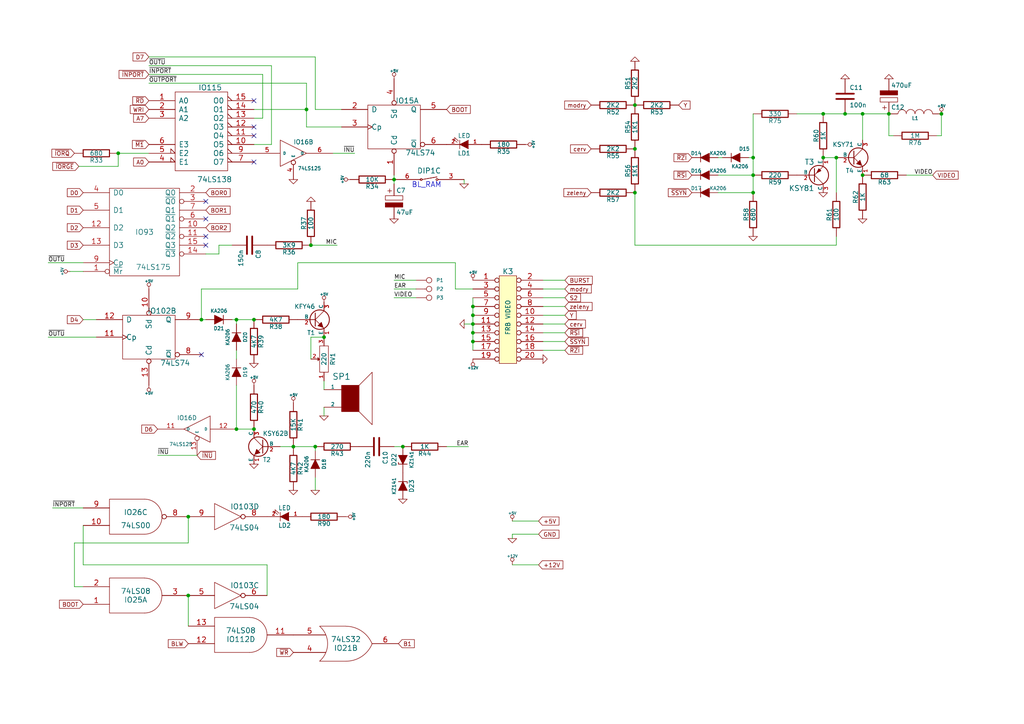
<source format=kicad_sch>
(kicad_sch (version 20211123) (generator eeschema)
  (paper "A4")
  (title_block (title "Mistrum Home Computer") (date "11 mar 2012") (rev "1.0") (company "Cassonic s.r.o."))
  (junction (at 137.16 93.98))
  (junction (at 218.44 50.8))
  (junction (at 238.76 33.02))
  (junction (at 137.16 99.06))
  (junction (at 218.44 45.72))
  (junction (at 73.66 124.46))
  (junction (at 68.58 124.46))
  (junction (at 116.84 129.54))
  (junction (at 68.58 92.71))
  (junction (at 54.61 149.86))
  (junction (at 88.9 31.75))
  (junction (at 257.81 33.02))
  (junction (at 114.3 52.07))
  (junction (at 137.16 96.52))
  (junction (at 137.16 91.44))
  (junction (at 250.19 33.02))
  (junction (at 58.42 92.71))
  (junction (at 184.15 43.18))
  (junction (at 85.09 129.54))
  (junction (at 91.44 129.54))
  (junction (at 137.16 88.9))
  (junction (at 242.57 45.72))
  (junction (at 238.76 45.72))
  (junction (at 184.15 55.88))
  (junction (at 184.15 30.48))
  (junction (at 54.61 172.72))
  (junction (at 273.05 33.02))
  (junction (at 245.11 33.02))
  (junction (at 93.98 97.79))
  (junction (at 34.29 44.45))
  (junction (at 90.17 71.12))
  (junction (at 250.19 50.8))
  (junction (at 218.44 55.88))
  (junction (at 73.66 92.71))
  (no_connect (at 59.69 58.42))
  (no_connect (at 73.66 46.99))
  (no_connect (at 59.69 63.5))
  (no_connect (at 73.66 36.83))
  (no_connect (at 58.42 102.87))
  (no_connect (at 73.66 39.37))
  (no_connect (at 73.66 29.21))
  (no_connect (at 59.69 68.58))
  (no_connect (at 59.69 71.12))
  (wire (pts (xy 88.9 24.13) (xy 88.9 31.75)))
  (wire (pts (xy 262.89 50.8) (xy 270.51 50.8)))
  (wire (pts (xy 259.08 39.37) (xy 257.81 39.37)))
  (wire (pts (xy 59.69 92.71) (xy 58.42 92.71)))
  (wire (pts (xy 257.81 33.02) (xy 250.19 33.02)))
  (wire (pts (xy 218.44 50.8) (xy 208.28 50.8)))
  (wire (pts (xy 43.18 19.05) (xy 78.74 19.05)))
  (wire (pts (xy 132.08 76.2) (xy 86.36 76.2)))
  (wire (pts (xy 43.18 21.59) (xy 76.2 21.59)))
  (wire (pts (xy 34.29 48.26) (xy 22.86 48.26)))
  (wire (pts (xy 157.48 101.6) (xy 163.83 101.6)))
  (wire (pts (xy 34.29 44.45) (xy 43.18 44.45)))
  (wire (pts (xy 129.54 129.54) (xy 135.89 129.54)))
  (wire (pts (xy 99.06 31.75) (xy 91.44 31.75)))
  (wire (pts (xy 54.61 157.48) (xy 54.61 149.86)))
  (wire (pts (xy 24.13 170.18) (xy 21.59 170.18)))
  (wire (pts (xy 157.48 91.44) (xy 163.83 91.44)))
  (wire (pts (xy 245.11 33.02) (xy 238.76 33.02)))
  (wire (pts (xy 63.5 71.12) (xy 67.31 71.12)))
  (wire (pts (xy 137.16 93.98) (xy 137.16 91.44)))
  (wire (pts (xy 163.83 96.52) (xy 157.48 96.52)))
  (wire (pts (xy 27.94 92.71) (xy 24.13 92.71)))
  (wire (pts (xy 21.59 170.18) (xy 21.59 157.48)))
  (wire (pts (xy 68.58 101.6) (xy 68.58 104.14)))
  (wire (pts (xy 137.16 99.06) (xy 137.16 96.52)))
  (wire (pts (xy 76.2 21.59) (xy 76.2 34.29)))
  (wire (pts (xy 134.62 52.07) (xy 134.62 53.34)))
  (wire (pts (xy 163.83 93.98) (xy 157.48 93.98)))
  (wire (pts (xy 93.98 118.11) (xy 93.98 120.65)))
  (wire (pts (xy 34.29 48.26) (xy 34.29 44.45)))
  (wire (pts (xy 68.58 124.46) (xy 73.66 124.46)))
  (wire (pts (xy 54.61 172.72) (xy 54.61 181.61)))
  (wire (pts (xy 250.19 33.02) (xy 250.19 40.64)))
  (wire (pts (xy 91.44 31.75) (xy 91.44 16.51)))
  (wire (pts (xy 157.48 86.36) (xy 163.83 86.36)))
  (wire (pts (xy 157.48 88.9) (xy 163.83 88.9)))
  (wire (pts (xy 209.55 45.72) (xy 208.28 45.72)))
  (wire (pts (xy 218.44 45.72) (xy 218.44 50.8)))
  (wire (pts (xy 86.36 83.82) (xy 58.42 83.82)))
  (wire (pts (xy 24.13 163.83) (xy 24.13 152.4)))
  (wire (pts (xy 184.15 55.88) (xy 184.15 71.12)))
  (wire (pts (xy 77.47 172.72) (xy 77.47 163.83)))
  (wire (pts (xy 132.08 83.82) (xy 132.08 76.2)))
  (wire (pts (xy 242.57 55.88) (xy 242.57 45.72)))
  (wire (pts (xy 78.74 41.91) (xy 73.66 41.91)))
  (wire (pts (xy 148.59 154.94) (xy 156.21 154.94)))
  (wire (pts (xy 88.9 31.75) (xy 88.9 36.83)))
  (wire (pts (xy 73.66 31.75) (xy 88.9 31.75)))
  (wire (pts (xy 148.59 163.83) (xy 156.21 163.83)))
  (wire (pts (xy 90.17 97.79) (xy 93.98 97.79)))
  (wire (pts (xy 114.3 53.34) (xy 114.3 52.07)))
  (wire (pts (xy 90.17 71.12) (xy 97.79 71.12)))
  (wire (pts (xy 114.3 129.54) (xy 116.84 129.54)))
  (wire (pts (xy 137.16 96.52) (xy 137.16 93.98)))
  (wire (pts (xy 238.76 33.02) (xy 231.14 33.02)))
  (wire (pts (xy 257.81 39.37) (xy 257.81 33.02)))
  (wire (pts (xy 20.32 78.74) (xy 24.13 78.74)))
  (wire (pts (xy 43.18 24.13) (xy 88.9 24.13)))
  (wire (pts (xy 242.57 45.72) (xy 238.76 45.72)))
  (wire (pts (xy 137.16 83.82) (xy 132.08 83.82)))
  (wire (pts (xy 91.44 16.51) (xy 43.18 16.51)))
  (wire (pts (xy 208.28 55.88) (xy 218.44 55.88)))
  (wire (pts (xy 218.44 55.88) (xy 218.44 50.8)))
  (wire (pts (xy 57.15 132.08) (xy 45.72 132.08)))
  (wire (pts (xy 85.09 129.54) (xy 91.44 129.54)))
  (wire (pts (xy 137.16 93.98) (xy 134.62 93.98)))
  (wire (pts (xy 68.58 93.98) (xy 68.58 92.71)))
  (wire (pts (xy 96.52 44.45) (xy 102.87 44.45)))
  (wire (pts (xy 59.69 73.66) (xy 63.5 73.66)))
  (wire (pts (xy 68.58 92.71) (xy 73.66 92.71)))
  (wire (pts (xy 91.44 129.54) (xy 91.44 130.81)))
  (wire (pts (xy 148.59 151.13) (xy 156.21 151.13)))
  (wire (pts (xy 86.36 76.2) (xy 86.36 83.82)))
  (wire (pts (xy 157.48 81.28) (xy 163.83 81.28)))
  (wire (pts (xy 114.3 52.07) (xy 114.3 50.8)))
  (wire (pts (xy 68.58 111.76) (xy 68.58 124.46)))
  (wire (pts (xy 78.74 19.05) (xy 78.74 41.91)))
  (wire (pts (xy 81.28 129.54) (xy 85.09 129.54)))
  (wire (pts (xy 93.98 110.49) (xy 93.98 113.03)))
  (wire (pts (xy 67.31 92.71) (xy 68.58 92.71)))
  (wire (pts (xy 24.13 147.32) (xy 15.24 147.32)))
  (wire (pts (xy 27.94 97.79) (xy 13.97 97.79)))
  (wire (pts (xy 163.83 99.06) (xy 157.48 99.06)))
  (wire (pts (xy 114.3 86.36) (xy 120.65 86.36)))
  (wire (pts (xy 157.48 83.82) (xy 163.83 83.82)))
  (wire (pts (xy 120.65 83.82) (xy 114.3 83.82)))
  (wire (pts (xy 88.9 36.83) (xy 99.06 36.83)))
  (wire (pts (xy 76.2 34.29) (xy 73.66 34.29)))
  (wire (pts (xy 242.57 71.12) (xy 242.57 68.58)))
  (wire (pts (xy 273.05 39.37) (xy 273.05 33.02)))
  (wire (pts (xy 58.42 83.82) (xy 58.42 92.71)))
  (wire (pts (xy 21.59 157.48) (xy 54.61 157.48)))
  (wire (pts (xy 184.15 71.12) (xy 242.57 71.12)))
  (wire (pts (xy 271.78 39.37) (xy 273.05 39.37)))
  (wire (pts (xy 137.16 91.44) (xy 137.16 88.9)))
  (wire (pts (xy 250.19 33.02) (xy 245.11 33.02)))
  (wire (pts (xy 137.16 101.6) (xy 137.16 99.06)))
  (wire (pts (xy 90.17 104.14) (xy 90.17 97.79)))
  (wire (pts (xy 24.13 76.2) (xy 13.97 76.2)))
  (wire (pts (xy 91.44 138.43) (xy 91.44 142.24)))
  (wire (pts (xy 218.44 33.02) (xy 218.44 45.72)))
  (wire (pts (xy 120.65 81.28) (xy 114.3 81.28)))
  (wire (pts (xy 63.5 73.66) (xy 63.5 71.12)))
  (wire (pts (xy 77.47 163.83) (xy 24.13 163.83)))
  (wire (pts (xy 137.16 88.9) (xy 137.16 86.36)))
  (wire (pts (xy 218.44 45.72) (xy 217.17 45.72)))
  (wire (pts (xy 148.59 156.21) (xy 148.59 154.94)))
  (text "BL_RAM" (at 119.38 54.61 0) (effects (font (size 1.524 1.524)) (justify left bottom)))
  (label "VIDEO" (at 114.3 86.36 0) (effects (font (size 1.1938 1.1938))))
  (label "EAR" (at 114.3 83.82 0) (effects (font (size 1.1938 1.1938))))
  (label "~{INU}" (at 102.87 44.45 180) (effects (font (size 1.1938 1.1938))))
  (label "~{OUTPORT}" (at 43.18 24.13 0) (effects (font (size 1.1938 1.1938))))
  (label "~{INPORT}" (at 15.24 147.32 0) (effects (font (size 1.1938 1.1938))))
  (label "~{INU}" (at 45.72 132.08 0) (effects (font (size 1.1938 1.1938))))
  (label "~{OUTU}" (at 13.97 76.2 0) (effects (font (size 1.1938 1.1938))))
  (label "~{OUTU}" (at 13.97 97.79 0) (effects (font (size 1.1938 1.1938))))
  (label "VIDEO" (at 270.51 50.8 180) (effects (font (size 1.1938 1.1938))))
  (label "~{INPORT}" (at 43.18 21.59 0) (effects (font (size 1.1938 1.1938))))
  (label "MIC" (at 97.79 71.12 180) (effects (font (size 1.1938 1.1938))))
  (label "EAR" (at 135.89 129.54 180) (effects (font (size 1.1938 1.1938))))
  (label "MIC" (at 114.3 81.28 0) (effects (font (size 1.1938 1.1938))))
  (label "~{OUTU}" (at 43.18 19.05 0) (effects (font (size 1.1938 1.1938))))
  (global_label "+12V" (shape input) (at 156.21 163.83 0) (effects (font (size 1.1938 1.1938))) (property "Intersheet References" "${INTERSHEET_REFS}" (effects hide)))
  (global_label "D7" (shape input) (at 43.18 16.51 180) (effects (font (size 1.1938 1.1938))) (property "Intersheet References" "${INTERSHEET_REFS}" (effects hide)))
  (global_label "BOR1" (shape input) (at 59.69 60.96 0) (effects (font (size 1.1938 1.1938))) (property "Intersheet References" "${INTERSHEET_REFS}" (effects hide)))
  (global_label "~{WR}" (shape input) (at 85.09 189.23 180) (effects (font (size 1.1938 1.1938))) (property "Intersheet References" "${INTERSHEET_REFS}" (effects hide)))
  (global_label "S2" (shape input) (at 163.83 86.36 0) (effects (font (size 1.1938 1.1938))) (property "Intersheet References" "${INTERSHEET_REFS}" (effects hide)))
  (global_label "BOOT" (shape input) (at 129.54 31.75 0) (effects (font (size 1.1938 1.1938))) (property "Intersheet References" "${INTERSHEET_REFS}" (effects hide)))
  (global_label "~{INPORT}" (shape input) (at 43.18 21.59 180) (effects (font (size 1.1938 1.1938))) (property "Intersheet References" "${INTERSHEET_REFS}" (effects hide)))
  (global_label "cerv" (shape input) (at 171.45 43.18 180) (effects (font (size 1.1938 1.1938))) (property "Intersheet References" "${INTERSHEET_REFS}" (effects hide)))
  (global_label "Y" (shape input) (at 196.85 30.48 0) (effects (font (size 1.1938 1.1938))) (property "Intersheet References" "${INTERSHEET_REFS}" (effects hide)))
  (global_label "A7" (shape input) (at 43.18 34.29 180) (effects (font (size 1.1938 1.1938))) (property "Intersheet References" "${INTERSHEET_REFS}" (effects hide)))
  (global_label "~{RD}" (shape input) (at 43.18 29.21 180) (effects (font (size 1.1938 1.1938))) (property "Intersheet References" "${INTERSHEET_REFS}" (effects hide)))
  (global_label "~{RZI}" (shape input) (at 200.66 45.72 180) (effects (font (size 1.1938 1.1938))) (property "Intersheet References" "${INTERSHEET_REFS}" (effects hide)))
  (global_label "~{SSYN}" (shape input) (at 200.66 55.88 180) (effects (font (size 1.1938 1.1938))) (property "Intersheet References" "${INTERSHEET_REFS}" (effects hide)))
  (global_label "+5V" (shape input) (at 156.21 151.13 0) (effects (font (size 1.1938 1.1938))) (property "Intersheet References" "${INTERSHEET_REFS}" (effects hide)))
  (global_label "A0" (shape input) (at 43.18 46.99 180) (effects (font (size 1.1938 1.1938))) (property "Intersheet References" "${INTERSHEET_REFS}" (effects hide)))
  (global_label "~{IORGE}" (shape input) (at 22.86 48.26 180) (effects (font (size 1.1938 1.1938))) (property "Intersheet References" "${INTERSHEET_REFS}" (effects hide)))
  (global_label "~{RSI}" (shape input) (at 163.83 96.52 0) (effects (font (size 1.1938 1.1938))) (property "Intersheet References" "${INTERSHEET_REFS}" (effects hide)))
  (global_label "D0" (shape input) (at 24.13 55.88 180) (effects (font (size 1.1938 1.1938))) (property "Intersheet References" "${INTERSHEET_REFS}" (effects hide)))
  (global_label "D3" (shape input) (at 24.13 71.12 180) (effects (font (size 1.1938 1.1938))) (property "Intersheet References" "${INTERSHEET_REFS}" (effects hide)))
  (global_label "D4" (shape input) (at 24.13 92.71 180) (effects (font (size 1.1938 1.1938))) (property "Intersheet References" "${INTERSHEET_REFS}" (effects hide)))
  (global_label "BURST" (shape input) (at 163.83 81.28 0) (effects (font (size 1.1938 1.1938))) (property "Intersheet References" "${INTERSHEET_REFS}" (effects hide)))
  (global_label "D2" (shape input) (at 24.13 66.04 180) (effects (font (size 1.1938 1.1938))) (property "Intersheet References" "${INTERSHEET_REFS}" (effects hide)))
  (global_label "zeleny" (shape input) (at 171.45 55.88 180) (effects (font (size 1.1938 1.1938))) (property "Intersheet References" "${INTERSHEET_REFS}" (effects hide)))
  (global_label "WRI" (shape input) (at 43.18 31.75 180) (effects (font (size 1.1938 1.1938))) (property "Intersheet References" "${INTERSHEET_REFS}" (effects hide)))
  (global_label "BOOT" (shape input) (at 24.13 175.26 180) (effects (font (size 1.1938 1.1938))) (property "Intersheet References" "${INTERSHEET_REFS}" (effects hide)))
  (global_label "cerv" (shape input) (at 163.83 93.98 0) (effects (font (size 1.1938 1.1938))) (property "Intersheet References" "${INTERSHEET_REFS}" (effects hide)))
  (global_label "~{RSI}" (shape input) (at 200.66 50.8 180) (effects (font (size 1.1938 1.1938))) (property "Intersheet References" "${INTERSHEET_REFS}" (effects hide)))
  (global_label "GND" (shape input) (at 156.21 154.94 0) (effects (font (size 1.1938 1.1938))) (property "Intersheet References" "${INTERSHEET_REFS}" (effects hide)))
  (global_label "D1" (shape input) (at 24.13 60.96 180) (effects (font (size 1.1938 1.1938))) (property "Intersheet References" "${INTERSHEET_REFS}" (effects hide)))
  (global_label "modry" (shape input) (at 171.45 30.48 180) (effects (font (size 1.1938 1.1938))) (property "Intersheet References" "${INTERSHEET_REFS}" (effects hide)))
  (global_label "zeleny" (shape input) (at 163.83 88.9 0) (effects (font (size 1.1938 1.1938))) (property "Intersheet References" "${INTERSHEET_REFS}" (effects hide)))
  (global_label "VIDEO" (shape input) (at 270.51 50.8 0) (effects (font (size 1.1938 1.1938))) (property "Intersheet References" "${INTERSHEET_REFS}" (effects hide)))
  (global_label "BOR0" (shape input) (at 59.69 55.88 0) (effects (font (size 1.1938 1.1938))) (property "Intersheet References" "${INTERSHEET_REFS}" (effects hide)))
  (global_label "~{M1}" (shape input) (at 43.18 41.91 180) (effects (font (size 1.1938 1.1938))) (property "Intersheet References" "${INTERSHEET_REFS}" (effects hide)))
  (global_label "D6" (shape input) (at 45.72 124.46 180) (effects (font (size 1.1938 1.1938))) (property "Intersheet References" "${INTERSHEET_REFS}" (effects hide)))
  (global_label "~{IORQ}" (shape input) (at 21.59 44.45 180) (effects (font (size 1.1938 1.1938))) (property "Intersheet References" "${INTERSHEET_REFS}" (effects hide)))
  (global_label "~{INU}" (shape input) (at 57.15 132.08 0) (effects (font (size 1.1938 1.1938))) (property "Intersheet References" "${INTERSHEET_REFS}" (effects hide)))
  (global_label "~{SSYN}" (shape input) (at 163.83 99.06 0) (effects (font (size 1.1938 1.1938))) (property "Intersheet References" "${INTERSHEET_REFS}" (effects hide)))
  (global_label "Y" (shape input) (at 163.83 91.44 0) (effects (font (size 1.1938 1.1938))) (property "Intersheet References" "${INTERSHEET_REFS}" (effects hide)))
  (global_label "BLW" (shape input) (at 54.61 186.69 180) (effects (font (size 1.1938 1.1938))) (property "Intersheet References" "${INTERSHEET_REFS}" (effects hide)))
  (global_label "BOR2" (shape input) (at 59.69 66.04 0) (effects (font (size 1.1938 1.1938))) (property "Intersheet References" "${INTERSHEET_REFS}" (effects hide)))
  (global_label "modry" (shape input) (at 163.83 83.82 0) (effects (font (size 1.1938 1.1938))) (property "Intersheet References" "${INTERSHEET_REFS}" (effects hide)))
  (global_label "~{RZI}" (shape input) (at 163.83 101.6 0) (effects (font (size 1.1938 1.1938))) (property "Intersheet References" "${INTERSHEET_REFS}" (effects hide)))
  (global_label "B1" (shape input) (at 115.57 186.69 0) (effects (font (size 1.1938 1.1938))) (property "Intersheet References" "${INTERSHEET_REFS}" (effects hide)))
  (symbol (lib_id "mistrum-rescue:74LS138") (at 58.42 38.1 0) (unit 1)
    (property "Reference" "IO115" (at 60.96 25.4 0) (effects (font (size 1.524 1.524))))
    (property "Value" "74LS138" (at 62.23 52.0446 0) (effects (font (size 1.524 1.524))))
    (property "Footprint" "Package_DIP:DIP-16_W7.62mm" (effects hide))
  )
  (symbol (lib_id "mistrum-rescue:R") (at 27.94 44.45 270) (unit 1)
    (property "Reference" "R33" (at 27.94 46.482 90))
    (property "Value" "680" (at 27.94 44.45 90))
    (property "Footprint" "Resistor_THT:R_Axial_DIN0207_L6.3mm_D2.5mm_P10.16mm_Horizontal" (effects hide))
  )
  (symbol (lib_id "mistrum-rescue:74LS74") (at 114.3 36.83 0) (unit 1)
    (property "Reference" "IO15" (at 118.11 29.21 0) (effects (font (size 1.524 1.524))))
    (property "Value" "74LS74" (at 121.92 44.323 0) (effects (font (size 1.524 1.524))))
    (property "Footprint" "Package_DIP:DIP-14_W7.62mm" (effects hide))
  )
  (symbol (lib_id "mistrum-rescue:74LS125") (at 85.09 44.45 0) (unit 2)
    (property "Reference" "IO16" (at 85.09 41.91 0) (effects (justify left bottom)))
    (property "Value" "74LS125" (at 86.36 48.26 0) (effects (font (size 1.016 1.016)) (justify left top)))
    (property "Footprint" "Package_DIP:DIP-14_W7.62mm" (effects hide))
  )
  (symbol (lib_id "mistrum-rescue:GND") (at 85.09 52.07 0) (unit 1)
    (property "Reference" "#PWR0105" (effects hide))
    (property "Value" "GND" (effects hide))
  )
  (symbol (lib_id "mistrum-rescue:+5V") (at 114.3 22.86 0) (unit 1)
    (property "Reference" "#PWR0104" (effects hide))
    (property "Value" "+5V" (at 114.3 20.574 0) (effects (font (size 0.762 0.762))))
  )
  (symbol (lib_id "mistrum-rescue:C_POL") (at 114.3 58.42 0) (unit 1)
    (property "Reference" "C7" (at 114.935 55.245 0) (effects (justify left)))
    (property "Value" "47uF" (at 114.935 61.595 0) (effects (justify left)))
    (property "Footprint" "Tesla:TE121_5mm" (effects hide))
  )
  (symbol (lib_id "mistrum-rescue:GND") (at 114.3 63.5 0) (unit 1)
    (property "Reference" "#PWR0103" (effects hide))
    (property "Value" "GND" (effects hide))
  )
  (symbol (lib_id "mistrum-rescue:R") (at 107.95 52.07 270) (unit 1)
    (property "Reference" "R34" (at 107.95 54.102 90))
    (property "Value" "10K" (at 107.95 52.07 90))
    (property "Footprint" "Resistor_THT:R_Axial_DIN0207_L6.3mm_D2.5mm_P7.62mm_Horizontal" (effects hide))
  )
  (symbol (lib_id "mistrum-rescue:+5V") (at 101.6 52.07 90) (unit 1)
    (property "Reference" "#PWR0102" (effects hide))
    (property "Value" "+5V" (at 99.314 52.07 0) (effects (font (size 0.762 0.762))))
  )
  (symbol (lib_id "mistrum-rescue:DIPSW-4") (at 124.46 52.07 0) (unit 3)
    (property "Reference" "DIP1" (at 124.46 49.53 0) (effects (font (size 1.524 1.524))))
    (property "Value" "DIPSW-4" (effects hide))
    (property "Footprint" "Button_Switch_THT:SW_DIP_x4_W7.62mm_Slide" (effects hide))
  )
  (symbol (lib_id "mistrum-rescue:GND") (at 134.62 53.34 0) (unit 1)
    (property "Reference" "#PWR0101" (effects hide))
    (property "Value" "GND" (effects hide))
  )
  (symbol (lib_id "mistrum-rescue:LED") (at 134.62 41.91 180) (unit 1)
    (property "Reference" "LD1" (at 134.62 44.45 0))
    (property "Value" "LED" (at 134.62 39.37 0))
    (property "Footprint" "tesla_2:LED_5_RM5" (effects hide))
  )
  (symbol (lib_id "mistrum-rescue:R") (at 146.05 41.91 270) (unit 1)
    (property "Reference" "R35" (at 146.05 43.942 90))
    (property "Value" "180" (at 146.05 41.91 90))
    (property "Footprint" "Resistor_THT:R_Axial_DIN0207_L6.3mm_D2.5mm_P7.62mm_Horizontal" (effects hide))
  )
  (symbol (lib_id "mistrum-rescue:+5V") (at 152.4 41.91 270) (unit 1)
    (property "Reference" "#PWR0100" (effects hide))
    (property "Value" "+5V" (at 154.686 41.91 0) (effects (font (size 0.762 0.762))))
  )
  (symbol (lib_id "mistrum-rescue:74LS175") (at 41.91 67.31 0) (unit 1)
    (property "Reference" "IO93" (at 41.91 67.31 0) (effects (font (size 1.524 1.524))))
    (property "Value" "74LS175" (at 44.45 77.47 0) (effects (font (size 1.524 1.524))))
    (property "Footprint" "Package_DIP:DIP-16_W7.62mm" (effects hide))
  )
  (symbol (lib_id "mistrum-rescue:+5V") (at 20.32 78.74 90) (unit 1)
    (property "Reference" "#PWR099" (effects hide))
    (property "Value" "+5V" (at 18.034 78.74 0) (effects (font (size 0.762 0.762))))
  )
  (symbol (lib_id "mistrum-rescue:74LS74") (at 43.18 97.79 0) (unit 2)
    (property "Reference" "IO102" (at 46.99 90.17 0) (effects (font (size 1.524 1.524))))
    (property "Value" "74LS74" (at 50.8 105.283 0) (effects (font (size 1.524 1.524))))
    (property "Footprint" "Package_DIP:DIP-14_W7.62mm" (effects hide))
  )
  (symbol (lib_id "mistrum-rescue:+5V") (at 43.18 83.82 0) (unit 1)
    (property "Reference" "#PWR098" (effects hide))
    (property "Value" "+5V" (at 43.18 81.534 0) (effects (font (size 0.762 0.762))))
  )
  (symbol (lib_id "mistrum-rescue:+5V") (at 43.18 111.76 180) (unit 1)
    (property "Reference" "#PWR097" (effects hide))
    (property "Value" "+5V" (at 43.18 114.046 0) (effects (font (size 0.762 0.762))))
  )
  (symbol (lib_id "mistrum-rescue:C") (at 72.39 71.12 270) (unit 1)
    (property "Reference" "C8" (at 74.93 72.39 0) (effects (justify left)))
    (property "Value" "150n" (at 69.85 72.39 0) (effects (justify left)))
    (property "Footprint" "tesla_2:C_KER_10" (effects hide))
  )
  (symbol (lib_id "mistrum-rescue:R") (at 83.82 71.12 270) (unit 1)
    (property "Reference" "R36" (at 83.82 73.152 90))
    (property "Value" "3K9" (at 83.82 71.12 90))
    (property "Footprint" "Resistor_THT:R_Axial_DIN0207_L6.3mm_D2.5mm_P7.62mm_Horizontal" (effects hide))
  )
  (symbol (lib_id "mistrum-rescue:R") (at 90.17 64.77 180) (unit 1)
    (property "Reference" "R37" (at 88.138 64.77 90))
    (property "Value" "100" (at 90.17 64.77 90))
    (property "Footprint" "Resistor_THT:R_Axial_DIN0207_L6.3mm_D2.5mm_P7.62mm_Horizontal" (effects hide))
  )
  (symbol (lib_id "mistrum-rescue:GND") (at 90.17 58.42 180) (unit 1)
    (property "Reference" "#PWR096" (effects hide))
    (property "Value" "GND" (effects hide))
  )
  (symbol (lib_id "mistrum-rescue:D_ALT-Device") (at 63.5 92.71 180) (unit 1)
    (property "Reference" "D21" (at 63.5 95.25 0) (effects (font (size 1.016 1.016))))
    (property "Value" "KA206" (at 63.5 90.17 0) (effects (font (size 1.016 1.016))))
    (property "Footprint" "Diode_THT:D_DO-35_SOD27_P10.16mm_Horizontal" (effects hide))
  )
  (symbol (lib_id "mistrum-rescue:D_ALT-Device") (at 68.58 97.79 270) (unit 1)
    (property "Reference" "D20" (at 71.12 97.79 0) (effects (font (size 1.016 1.016))))
    (property "Value" "KA206" (at 66.04 97.79 0) (effects (font (size 1.016 1.016))))
    (property "Footprint" "Diode_THT:D_DO-35_SOD27_P10.16mm_Horizontal" (effects hide))
  )
  (symbol (lib_id "mistrum-rescue:D_ALT-Device") (at 68.58 107.95 270) (unit 1)
    (property "Reference" "D19" (at 71.12 107.95 0) (effects (font (size 1.016 1.016))))
    (property "Value" "KA206" (at 66.04 107.95 0) (effects (font (size 1.016 1.016))))
    (property "Footprint" "Diode_THT:D_DO-35_SOD27_P10.16mm_Horizontal" (effects hide))
  )
  (symbol (lib_id "mistrum-rescue:R") (at 73.66 99.06 0) (unit 1)
    (property "Reference" "R39" (at 75.692 99.06 90))
    (property "Value" "4K7" (at 73.66 99.06 90))
    (property "Footprint" "Resistor_THT:R_Axial_DIN0207_L6.3mm_D2.5mm_P10.16mm_Horizontal" (effects hide))
  )
  (symbol (lib_id "mistrum-rescue:GND") (at 73.66 105.41 0) (unit 1)
    (property "Reference" "#PWR095" (effects hide))
    (property "Value" "GND" (effects hide))
  )
  (symbol (lib_id "mistrum-rescue:R") (at 80.01 92.71 270) (unit 1)
    (property "Reference" "R38" (at 80.01 94.742 90))
    (property "Value" "4K7" (at 80.01 92.71 90))
    (property "Footprint" "Resistor_THT:R_Axial_DIN0207_L6.3mm_D2.5mm_P10.16mm_Horizontal" (effects hide))
  )
  (symbol (lib_id "mistrum-rescue:NPN") (at 91.44 92.71 0) (unit 1)
    (property "Reference" "T1" (at 91.44 96.52 0) (effects (justify right)))
    (property "Value" "KFY46" (at 91.44 88.9 0) (effects (justify right)))
    (property "Footprint" "tesla_2:TO-39" (effects hide))
  )
  (symbol (lib_id "mistrum-rescue:+5V") (at 93.98 87.63 0) (unit 1)
    (property "Reference" "#PWR094" (effects hide))
    (property "Value" "+5V" (at 93.98 85.344 0) (effects (font (size 0.762 0.762))))
  )
  (symbol (lib_id "mistrum-rescue:POT") (at 93.98 104.14 90) (unit 1)
    (property "Reference" "RV1" (at 96.52 104.14 0))
    (property "Value" "220" (at 93.98 104.14 0))
    (property "Footprint" "Potentiometer_THT:Potentiometer_Piher_PT-6-H_Horizontal" (effects hide))
  )
  (symbol (lib_id "mistrum-rescue:SPEAKER") (at 101.6 115.57 0) (unit 1)
    (property "Reference" "SP1" (at 99.06 109.22 0) (effects (font (size 1.778 1.778))))
    (property "Value" "SPEAKER" (effects hide))
    (property "Footprint" "Connector_PinHeader_2.54mm:PinHeader_1x02_P2.54mm_Vertical" (effects hide))
  )
  (symbol (lib_id "mistrum-rescue:GND") (at 93.98 120.65 0) (unit 1)
    (property "Reference" "#PWR093" (effects hide))
    (property "Value" "GND" (effects hide))
  )
  (symbol (lib_id "mistrum-rescue:R") (at 73.66 118.11 0) (unit 1)
    (property "Reference" "R40" (at 75.692 118.11 90))
    (property "Value" "470" (at 73.66 118.11 90))
    (property "Footprint" "Resistor_THT:R_Axial_DIN0207_L6.3mm_D2.5mm_P10.16mm_Horizontal" (effects hide))
  )
  (symbol (lib_id "mistrum-rescue:+5V") (at 73.66 111.76 0) (unit 1)
    (property "Reference" "#PWR092" (effects hide))
    (property "Value" "+5V" (at 73.66 109.474 0) (effects (font (size 0.762 0.762))))
  )
  (symbol (lib_id "mistrum-rescue:NPN") (at 76.2 129.54 0) (mirror y) (unit 1)
    (property "Reference" "T2" (at 76.2 133.35 0) (effects (justify right)))
    (property "Value" "KSY62B" (at 76.2 125.73 0) (effects (justify right)))
    (property "Footprint" "Tesla:TO-18" (effects hide))
  )
  (symbol (lib_id "mistrum-rescue:GND") (at 73.66 134.62 0) (unit 1)
    (property "Reference" "#PWR091" (effects hide))
    (property "Value" "GND" (effects hide))
  )
  (symbol (lib_id "mistrum-rescue:74LS125") (at 57.15 124.46 0) (mirror y) (unit 4)
    (property "Reference" "IO16" (at 57.15 121.92 0) (effects (justify left bottom)))
    (property "Value" "74LS125" (at 55.88 128.27 0) (effects (font (size 1.016 1.016)) (justify left top)))
    (property "Footprint" "Package_DIP:DIP-14_W7.62mm" (effects hide))
  )
  (symbol (lib_id "mistrum-rescue:R") (at 85.09 123.19 0) (unit 1)
    (property "Reference" "R41" (at 87.122 123.19 90))
    (property "Value" "15K" (at 85.09 123.19 90))
    (property "Footprint" "Resistor_THT:R_Axial_DIN0207_L6.3mm_D2.5mm_P10.16mm_Horizontal" (effects hide))
  )
  (symbol (lib_id "mistrum-rescue:R") (at 85.09 135.89 0) (unit 1)
    (property "Reference" "R42" (at 87.122 135.89 90))
    (property "Value" "4K7" (at 85.09 135.89 90))
    (property "Footprint" "Resistor_THT:R_Axial_DIN0207_L6.3mm_D2.5mm_P10.16mm_Horizontal" (effects hide))
  )
  (symbol (lib_id "mistrum-rescue:GND") (at 85.09 142.24 0) (unit 1)
    (property "Reference" "#PWR090" (effects hide))
    (property "Value" "GND" (effects hide))
  )
  (symbol (lib_id "mistrum-rescue:+5V") (at 85.09 116.84 0) (unit 1)
    (property "Reference" "#PWR089" (effects hide))
    (property "Value" "+5V" (at 85.09 114.554 0) (effects (font (size 0.762 0.762))))
  )
  (symbol (lib_id "mistrum-rescue:D_ALT-Device") (at 91.44 134.62 270) (unit 1)
    (property "Reference" "D18" (at 93.98 134.62 0) (effects (font (size 1.016 1.016))))
    (property "Value" "KA206" (at 88.9 134.62 0) (effects (font (size 1.016 1.016))))
    (property "Footprint" "Diode_THT:D_DO-35_SOD27_P10.16mm_Horizontal" (effects hide))
  )
  (symbol (lib_id "mistrum-rescue:GND") (at 91.44 142.24 0) (unit 1)
    (property "Reference" "#PWR088" (effects hide))
    (property "Value" "GND" (effects hide))
  )
  (symbol (lib_id "mistrum-rescue:R") (at 97.79 129.54 270) (unit 1)
    (property "Reference" "R43" (at 97.79 131.572 90))
    (property "Value" "270" (at 97.79 129.54 90))
    (property "Footprint" "Resistor_THT:R_Axial_DIN0207_L6.3mm_D2.5mm_P10.16mm_Horizontal" (effects hide))
  )
  (symbol (lib_id "mistrum-rescue:C") (at 109.22 129.54 270) (unit 1)
    (property "Reference" "C10" (at 111.76 130.81 0) (effects (justify left)))
    (property "Value" "220n" (at 106.68 130.81 0) (effects (justify left)))
    (property "Footprint" "tesla_2:C_17.5" (effects hide))
  )
  (symbol (lib_id "mistrum-rescue:D_Zener_ALT-Device") (at 116.84 133.35 90) (unit 1)
    (property "Reference" "D22" (at 114.3 133.35 0))
    (property "Value" "KZ141" (at 119.38 133.35 0) (effects (font (size 1.016 1.016))))
    (property "Footprint" "Diode_THT:D_DO-35_SOD27_P10.16mm_Horizontal" (effects hide))
  )
  (symbol (lib_id "mistrum-rescue:D_Zener_ALT-Device") (at 116.84 140.97 270) (unit 1)
    (property "Reference" "D23" (at 119.38 140.97 0))
    (property "Value" "KZ141" (at 114.3 140.97 0) (effects (font (size 1.016 1.016))))
    (property "Footprint" "Diode_THT:D_DO-35_SOD27_P10.16mm_Horizontal" (effects hide))
  )
  (symbol (lib_id "mistrum-rescue:GND") (at 116.84 144.78 0) (unit 1)
    (property "Reference" "#PWR087" (effects hide))
    (property "Value" "GND" (effects hide))
  )
  (symbol (lib_id "mistrum-rescue:R") (at 123.19 129.54 270) (unit 1)
    (property "Reference" "R44" (at 123.19 131.572 90))
    (property "Value" "1K" (at 123.19 129.54 90))
    (property "Footprint" "Resistor_THT:R_Axial_DIN0207_L6.3mm_D2.5mm_P10.16mm_Horizontal" (effects hide))
  )
  (symbol (lib_id "mistrum-rescue:74LS00") (at 39.37 149.86 0) (unit 3)
    (property "Reference" "IO26" (at 39.37 148.59 0) (effects (font (size 1.524 1.524))))
    (property "Value" "74LS00" (at 39.37 152.4 0) (effects (font (size 1.524 1.524))))
    (property "Footprint" "Package_DIP:DIP-14_W7.62mm" (effects hide))
  )
  (symbol (lib_id "mistrum-rescue:74LS08") (at 39.37 172.72 0) (mirror x) (unit 1)
    (property "Reference" "IO25" (at 39.37 173.99 0) (effects (font (size 1.524 1.524))))
    (property "Value" "74LS08" (at 39.37 171.45 0) (effects (font (size 1.524 1.524))))
    (property "Footprint" "Package_DIP:DIP-14_W7.62mm" (effects hide))
  )
  (symbol (lib_id "mistrum-rescue:74LS04") (at 66.04 149.86 0) (unit 4)
    (property "Reference" "IO103" (at 70.993 146.939 0) (effects (font (size 1.524 1.524))))
    (property "Value" "74LS04" (at 70.866 153.035 0) (effects (font (size 1.524 1.524))))
    (property "Footprint" "Package_DIP:DIP-14_W7.62mm" (effects hide))
  )
  (symbol (lib_id "mistrum-rescue:74LS04") (at 66.04 172.72 0) (unit 3)
    (property "Reference" "IO103" (at 70.993 169.799 0) (effects (font (size 1.524 1.524))))
    (property "Value" "74LS04" (at 70.866 175.895 0) (effects (font (size 1.524 1.524))))
    (property "Footprint" "Package_DIP:DIP-14_W7.62mm" (effects hide))
  )
  (symbol (lib_id "mistrum-rescue:74LS08") (at 69.85 184.15 0) (mirror x) (unit 4)
    (property "Reference" "IO112" (at 69.85 185.42 0) (effects (font (size 1.524 1.524))))
    (property "Value" "74LS08" (at 69.85 182.88 0) (effects (font (size 1.524 1.524))))
    (property "Footprint" "Package_DIP:DIP-14_W7.62mm" (effects hide))
  )
  (symbol (lib_id "mistrum-rescue:74LS32") (at 100.33 186.69 0) (mirror x) (unit 2)
    (property "Reference" "IO21" (at 100.33 187.96 0) (effects (font (size 1.524 1.524))))
    (property "Value" "74LS32" (at 100.33 185.42 0) (effects (font (size 1.524 1.524))))
    (property "Footprint" "Package_DIP:DIP-14_W7.62mm" (effects hide))
  )
  (symbol (lib_id "mistrum-rescue:LED") (at 82.55 149.86 180) (unit 1)
    (property "Reference" "LD2" (at 82.55 152.4 0))
    (property "Value" "LED" (at 82.55 147.32 0))
    (property "Footprint" "tesla_2:LED_5_RM5" (effects hide))
  )
  (symbol (lib_id "mistrum-rescue:R") (at 93.98 149.86 270) (unit 1)
    (property "Reference" "R90" (at 93.98 151.892 90))
    (property "Value" "180" (at 93.98 149.86 90))
    (property "Footprint" "Resistor_THT:R_Axial_DIN0207_L6.3mm_D2.5mm_P7.62mm_Horizontal" (effects hide))
  )
  (symbol (lib_id "mistrum-rescue:+5V") (at 100.33 149.86 270) (unit 1)
    (property "Reference" "#PWR086" (effects hide))
    (property "Value" "+5V" (at 102.616 149.86 0) (effects (font (size 0.762 0.762))))
  )
  (symbol (lib_id "mistrum-rescue:R") (at 177.8 30.48 270) (unit 1)
    (property "Reference" "R52" (at 177.8 32.512 90))
    (property "Value" "2K2" (at 177.8 30.48 90))
    (property "Footprint" "Resistor_THT:R_Axial_DIN0207_L6.3mm_D2.5mm_P7.62mm_Horizontal" (effects hide))
  )
  (symbol (lib_id "mistrum-rescue:R") (at 184.15 24.13 180) (unit 1)
    (property "Reference" "R51" (at 182.118 24.13 90))
    (property "Value" "2K2" (at 184.15 24.13 90))
    (property "Footprint" "Resistor_THT:R_Axial_DIN0207_L6.3mm_D2.5mm_P7.62mm_Horizontal" (effects hide))
  )
  (symbol (lib_id "mistrum-rescue:GND") (at 184.15 17.78 180) (unit 1)
    (property "Reference" "#PWR085" (effects hide))
    (property "Value" "GND" (effects hide))
  )
  (symbol (lib_id "mistrum-rescue:R") (at 190.5 30.48 270) (unit 1)
    (property "Reference" "R53" (at 190.5 32.512 90))
    (property "Value" "2K2" (at 190.5 30.48 90))
    (property "Footprint" "Resistor_THT:R_Axial_DIN0207_L6.3mm_D2.5mm_P7.62mm_Horizontal" (effects hide))
  )
  (symbol (lib_id "mistrum-rescue:R") (at 184.15 36.83 180) (unit 1)
    (property "Reference" "R54" (at 182.118 36.83 90))
    (property "Value" "1K1" (at 184.15 36.83 90))
    (property "Footprint" "Resistor_THT:R_Axial_DIN0207_L6.3mm_D2.5mm_P7.62mm_Horizontal" (effects hide))
  )
  (symbol (lib_id "mistrum-rescue:R") (at 177.8 43.18 270) (unit 1)
    (property "Reference" "R55" (at 177.8 45.212 90))
    (property "Value" "2K2" (at 177.8 43.18 90))
    (property "Footprint" "Resistor_THT:R_Axial_DIN0207_L6.3mm_D2.5mm_P7.62mm_Horizontal" (effects hide))
  )
  (symbol (lib_id "mistrum-rescue:R") (at 184.15 49.53 180) (unit 1)
    (property "Reference" "R56" (at 182.118 49.53 90))
    (property "Value" "1K1" (at 184.15 49.53 90))
    (property "Footprint" "Resistor_THT:R_Axial_DIN0207_L6.3mm_D2.5mm_P7.62mm_Horizontal" (effects hide))
  )
  (symbol (lib_id "mistrum-rescue:R") (at 177.8 55.88 270) (unit 1)
    (property "Reference" "R57" (at 177.8 57.912 90))
    (property "Value" "2K2" (at 177.8 55.88 90))
    (property "Footprint" "Resistor_THT:R_Axial_DIN0207_L6.3mm_D2.5mm_P7.62mm_Horizontal" (effects hide))
  )
  (symbol (lib_id "mistrum-rescue:R") (at 218.44 62.23 180) (unit 1)
    (property "Reference" "R58" (at 216.408 62.23 90))
    (property "Value" "680" (at 218.44 62.23 90))
    (property "Footprint" "Resistor_THT:R_Axial_DIN0207_L6.3mm_D2.5mm_P10.16mm_Horizontal" (effects hide))
  )
  (symbol (lib_id "mistrum-rescue:GND") (at 218.44 68.58 0) (unit 1)
    (property "Reference" "#PWR084" (effects hide))
    (property "Value" "GND" (effects hide))
  )
  (symbol (lib_id "mistrum-rescue:D_ALT-Device") (at 204.47 55.88 0) (mirror x) (unit 1)
    (property "Reference" "D17" (at 201.93 54.61 0) (effects (font (size 1.016 1.016))))
    (property "Value" "KA206" (at 208.28 54.61 0) (effects (font (size 1.016 1.016))))
    (property "Footprint" "Diode_THT:D_DO-35_SOD27_P10.16mm_Horizontal" (effects hide))
  )
  (symbol (lib_id "mistrum-rescue:D_ALT-Device") (at 204.47 50.8 0) (mirror x) (unit 1)
    (property "Reference" "D16" (at 201.93 49.53 0) (effects (font (size 1.016 1.016))))
    (property "Value" "KA206" (at 208.28 49.53 0) (effects (font (size 1.016 1.016))))
    (property "Footprint" "Diode_THT:D_DO-35_SOD27_P10.16mm_Horizontal" (effects hide))
  )
  (symbol (lib_id "mistrum-rescue:D_ALT-Device") (at 204.47 45.72 0) (mirror x) (unit 1)
    (property "Reference" "D14" (at 201.93 44.45 0) (effects (font (size 1.016 1.016))))
    (property "Value" "KA206" (at 208.28 44.45 0) (effects (font (size 1.016 1.016))))
    (property "Footprint" "Diode_THT:D_DO-35_SOD27_P10.16mm_Horizontal" (effects hide))
  )
  (symbol (lib_id "mistrum-rescue:D_ALT-Device") (at 213.36 45.72 0) (mirror x) (unit 1)
    (property "Reference" "D15" (at 215.9 43.18 0) (effects (font (size 1.016 1.016))))
    (property "Value" "KA206" (at 214.63 48.26 0) (effects (font (size 1.016 1.016))))
    (property "Footprint" "Diode_THT:D_DO-35_SOD27_P10.16mm_Horizontal" (effects hide))
  )
  (symbol (lib_id "mistrum-rescue:R") (at 224.79 50.8 270) (unit 1)
    (property "Reference" "R59" (at 224.79 52.832 90))
    (property "Value" "220" (at 224.79 50.8 90))
    (property "Footprint" "Resistor_THT:R_Axial_DIN0207_L6.3mm_D2.5mm_P10.16mm_Horizontal" (effects hide))
  )
  (symbol (lib_id "mistrum-rescue:PNP") (at 236.22 50.8 0) (mirror x) (unit 1)
    (property "Reference" "T3" (at 236.22 46.99 0) (effects (font (size 1.524 1.524)) (justify right)))
    (property "Value" "KSY81" (at 236.22 54.61 0) (effects (font (size 1.524 1.524)) (justify right)))
    (property "Footprint" "Tesla:TO-18" (effects hide))
  )
  (symbol (lib_id "mistrum-rescue:GND") (at 238.76 55.88 0) (unit 1)
    (property "Reference" "#PWR083" (effects hide))
    (property "Value" "GND" (effects hide))
  )
  (symbol (lib_id "mistrum-rescue:R") (at 238.76 39.37 180) (unit 1)
    (property "Reference" "R60" (at 236.728 39.37 90))
    (property "Value" "1K" (at 238.76 39.37 90))
    (property "Footprint" "Resistor_THT:R_Axial_DIN0207_L6.3mm_D2.5mm_P10.16mm_Horizontal" (effects hide))
  )
  (symbol (lib_id "mistrum-rescue:R") (at 224.79 33.02 270) (unit 1)
    (property "Reference" "R75" (at 224.79 35.052 90))
    (property "Value" "330" (at 224.79 33.02 90))
    (property "Footprint" "Resistor_THT:R_Axial_DIN0207_L6.3mm_D2.5mm_P10.16mm_Horizontal" (effects hide))
  )
  (symbol (lib_id "mistrum-rescue:R") (at 242.57 62.23 180) (unit 1)
    (property "Reference" "R61" (at 240.538 62.23 90))
    (property "Value" "100" (at 242.57 62.23 90))
    (property "Footprint" "Resistor_THT:R_Axial_DIN0207_L6.3mm_D2.5mm_P7.62mm_Horizontal" (effects hide))
  )
  (symbol (lib_id "mistrum-rescue:NPN") (at 247.65 45.72 0) (unit 1)
    (property "Reference" "T4" (at 247.65 49.53 0) (effects (justify right)))
    (property "Value" "KSY71" (at 247.65 41.91 0) (effects (justify right)))
    (property "Footprint" "Tesla:TO-18" (effects hide))
  )
  (symbol (lib_id "mistrum-rescue:R") (at 250.19 57.15 180) (unit 1)
    (property "Reference" "R62" (at 248.158 57.15 90))
    (property "Value" "1K" (at 250.19 57.15 90))
    (property "Footprint" "Resistor_THT:R_Axial_DIN0207_L6.3mm_D2.5mm_P7.62mm_Horizontal" (effects hide))
  )
  (symbol (lib_id "mistrum-rescue:GND") (at 250.19 63.5 0) (unit 1)
    (property "Reference" "#PWR082" (effects hide))
    (property "Value" "GND" (effects hide))
  )
  (symbol (lib_id "mistrum-rescue:R") (at 256.54 50.8 270) (unit 1)
    (property "Reference" "R63" (at 256.54 52.832 90))
    (property "Value" "68" (at 256.54 50.8 90))
    (property "Footprint" "Resistor_THT:R_Axial_DIN0207_L6.3mm_D2.5mm_P7.62mm_Horizontal" (effects hide))
  )
  (symbol (lib_id "mistrum-rescue:C") (at 245.11 27.94 0) (unit 1)
    (property "Reference" "C11" (at 246.38 25.4 0) (effects (justify left)))
    (property "Value" "100n" (at 246.38 30.48 0) (effects (justify left)))
    (property "Footprint" "tesla_2:C_KER_7.5" (effects hide))
  )
  (symbol (lib_id "mistrum-rescue:GND") (at 245.11 22.86 180) (unit 1)
    (property "Reference" "#PWR081" (effects hide))
    (property "Value" "GND" (effects hide))
  )
  (symbol (lib_id "mistrum-rescue:C_POL") (at 257.81 27.94 0) (mirror x) (unit 1)
    (property "Reference" "C12" (at 258.445 31.115 0) (effects (justify left)))
    (property "Value" "470uF" (at 258.445 24.765 0) (effects (justify left)))
    (property "Footprint" "Capacitor_THT:CP_Axial_L10.0mm_D4.5mm_P15.00mm_Horizontal" (effects hide))
  )
  (symbol (lib_id "mistrum-rescue:GND") (at 257.81 22.86 180) (unit 1)
    (property "Reference" "#PWR080" (effects hide))
    (property "Value" "GND" (effects hide))
  )
  (symbol (lib_id "mistrum-rescue:R") (at 265.43 39.37 270) (unit 1)
    (property "Reference" "R76" (at 265.43 41.402 90))
    (property "Value" "1M" (at 265.43 39.37 90))
    (property "Footprint" "Resistor_THT:R_Axial_DIN0207_L6.3mm_D2.5mm_P7.62mm_Horizontal" (effects hide))
  )
  (symbol (lib_id "mistrum-rescue:INDUCTOR") (at 265.43 33.02 90) (unit 1)
    (property "Reference" "L1" (at 265.43 34.29 90) (effects (font (size 1.016 1.016))))
    (property "Value" "INDUCTOR" (effects hide))
    (property "Footprint" "Resistor_THT:R_Axial_DIN0207_L6.3mm_D2.5mm_P7.62mm_Horizontal" (effects hide))
  )
  (symbol (lib_id "mistrum-rescue:+5V") (at 273.05 33.02 0) (unit 1)
    (property "Reference" "#PWR079" (effects hide))
    (property "Value" "+5V" (at 273.05 30.734 0) (effects (font (size 0.762 0.762))))
  )
  (symbol (lib_id "mistrum-rescue:CONN_10X2") (at 147.32 92.71 0) (unit 1)
    (property "Reference" "K3" (at 147.32 78.74 0) (effects (font (size 1.524 1.524))))
    (property "Value" "FRB VIDEO" (at 147.32 92.075 90))
    (property "Footprint" "Tesla:TX5112011" (effects hide))
  )
  (symbol (lib_id "mistrum-rescue:+5V") (at 137.16 81.28 0) (unit 1)
    (property "Reference" "#PWR078" (effects hide))
    (property "Value" "+5V" (at 137.16 78.994 0) (effects (font (size 0.762 0.762))))
  )
  (symbol (lib_id "mistrum-rescue:+12V") (at 137.16 104.14 180) (unit 1)
    (property "Reference" "#PWR077" (effects hide))
    (property "Value" "+12V" (at 137.16 106.68 0) (effects (font (size 0.762 0.762))))
  )
  (symbol (lib_id "mistrum-rescue:GND") (at 134.62 93.98 270) (unit 1)
    (property "Reference" "#PWR076" (effects hide))
    (property "Value" "GND" (effects hide))
  )
  (symbol (lib_id "mistrum-rescue:GND") (at 157.48 104.14 90) (unit 1)
    (property "Reference" "#PWR075" (effects hide))
    (property "Value" "GND" (effects hide))
  )
  (symbol (lib_id "mistrum-rescue:CONN_1") (at 124.46 81.28 0) (unit 1)
    (property "Reference" "P1" (at 126.492 81.28 0) (effects (font (size 1.016 1.016)) (justify left)))
    (property "Value" "CONN_1" (effects hide))
    (property "Footprint" "Connector_PinHeader_2.54mm:PinHeader_1x01_P2.54mm_Vertical" (effects hide))
  )
  (symbol (lib_id "mistrum-rescue:CONN_1") (at 124.46 83.82 0) (unit 1)
    (property "Reference" "P2" (at 126.492 83.82 0) (effects (font (size 1.016 1.016)) (justify left)))
    (property "Value" "CONN_1" (effects hide))
    (property "Footprint" "Connector_PinHeader_2.54mm:PinHeader_1x01_P2.54mm_Vertical" (effects hide))
  )
  (symbol (lib_id "mistrum-rescue:CONN_1") (at 124.46 86.36 0) (unit 1)
    (property "Reference" "P3" (at 126.492 86.36 0) (effects (font (size 1.016 1.016)) (justify left)))
    (property "Value" "CONN_1" (effects hide))
    (property "Footprint" "Connector_PinHeader_2.54mm:PinHeader_1x01_P2.54mm_Vertical" (effects hide))
  )
  (symbol (lib_id "mistrum-rescue:+5V") (at 148.59 151.13 0) (unit 1)
    (property "Reference" "#PWR074" (effects hide))
    (property "Value" "+5V" (at 148.59 148.844 0) (effects (font (size 0.762 0.762))))
  )
  (symbol (lib_id "mistrum-rescue:GND") (at 148.59 156.21 0) (unit 1)
    (property "Reference" "#PWR073" (effects hide))
    (property "Value" "GND" (effects hide))
  )
  (symbol (lib_id "mistrum-rescue:+12V") (at 148.59 163.83 0) (unit 1)
    (property "Reference" "#PWR072" (effects hide))
    (property "Value" "+12V" (at 148.59 161.29 0) (effects (font (size 0.762 0.762))))
  )
)
</source>
